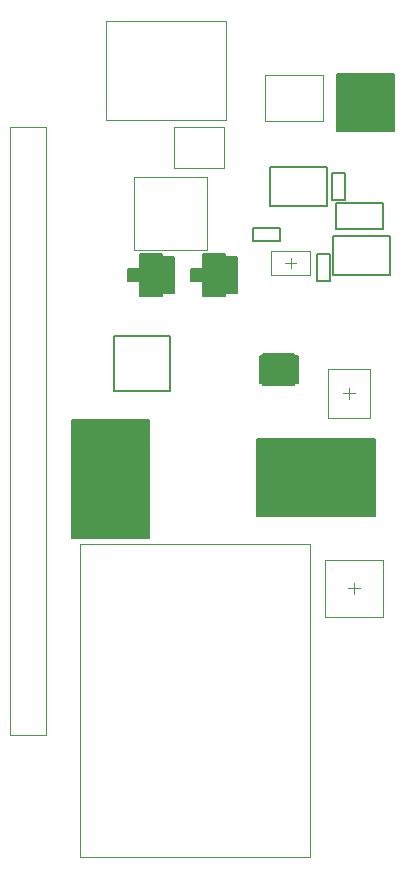
<source format=gbr>
G04*
G04 #@! TF.GenerationSoftware,Altium Limited,Altium Designer,25.2.1 (25)*
G04*
G04 Layer_Color=32768*
%FSLAX25Y25*%
%MOIN*%
G70*
G04*
G04 #@! TF.SameCoordinates,6E7B483F-BFF1-4FB3-8246-CE29AB42D2EF*
G04*
G04*
G04 #@! TF.FilePolarity,Positive*
G04*
G01*
G75*
%ADD10C,0.00600*%
%ADD12C,0.00787*%
%ADD85C,0.00394*%
%ADD87C,0.00197*%
G36*
X65950Y92050D02*
X47050D01*
Y110950D01*
X65950D01*
Y92050D01*
D02*
G37*
G36*
X9750Y49850D02*
X13600D01*
Y38150D01*
X9750D01*
Y37000D01*
X2250D01*
Y41900D01*
X-1600D01*
Y46100D01*
X2250D01*
Y51000D01*
X9750D01*
Y49850D01*
D02*
G37*
G36*
X-11250D02*
X-7400D01*
Y38150D01*
X-11250D01*
Y37000D01*
X-18750D01*
Y41900D01*
X-22600D01*
Y46100D01*
X-18750D01*
Y51000D01*
X-11250D01*
Y49850D01*
D02*
G37*
G36*
X32650Y17004D02*
X33850D01*
Y7997D01*
X32650D01*
Y7350D01*
X22350D01*
Y7997D01*
X21150D01*
Y17004D01*
X22350D01*
Y17650D01*
X32650D01*
Y17004D01*
D02*
G37*
G36*
X59700Y-36300D02*
X20300D01*
Y-10700D01*
X59700D01*
Y-36300D01*
D02*
G37*
G36*
X-15700Y-43700D02*
X-41300D01*
Y-4300D01*
X-15700D01*
Y-43700D01*
D02*
G37*
D10*
X32650Y17004D02*
X33850D01*
X32650D02*
Y17650D01*
X33850Y7997D02*
Y17004D01*
X32650Y7997D02*
X33850D01*
X32650Y7350D02*
Y7997D01*
X22350Y17650D02*
X32650D01*
X22350Y17004D02*
Y17650D01*
X21150Y17004D02*
X22350D01*
Y7350D02*
X32650D01*
X21150Y7997D02*
X22350D01*
X21150D02*
Y17004D01*
X22350Y7350D02*
Y7997D01*
X59700Y-36300D02*
Y-10700D01*
X20300D02*
X59700D01*
X20300Y-36300D02*
X59700D01*
X20300D02*
Y-10700D01*
X9750Y49850D02*
X13600D01*
X9750D02*
Y51000D01*
X13600Y38150D02*
Y49850D01*
X9750Y38150D02*
X13600D01*
X9750Y37000D02*
Y38150D01*
X2250Y51000D02*
X9750D01*
X2250Y46100D02*
Y51000D01*
X-1600Y46100D02*
X2250D01*
Y37000D02*
X9750D01*
X-1600Y41900D02*
X2250D01*
X-1600D02*
Y46100D01*
X2250Y37000D02*
Y41900D01*
X-11250Y49850D02*
X-7400D01*
X-11250D02*
Y51000D01*
X-7400Y38150D02*
Y49850D01*
X-11250Y38150D02*
X-7400D01*
X-11250Y37000D02*
Y38150D01*
X-18750Y51000D02*
X-11250D01*
X-18750Y46100D02*
Y51000D01*
X-22600Y46100D02*
X-18750D01*
Y37000D02*
X-11250D01*
X-22600Y41900D02*
X-18750D01*
X-22600D02*
Y46100D01*
X-18750Y37000D02*
Y41900D01*
X-15700Y-43700D02*
Y-4300D01*
X-41300D02*
X-15700D01*
X-41300Y-43700D02*
X-15700D01*
X-41300D02*
Y-4300D01*
X63900Y110950D02*
X65950D01*
X49100D02*
X63900D01*
X65950Y92050D02*
Y110950D01*
X63900Y92050D02*
X65950D01*
X49100D02*
X63900D01*
X47050Y110950D02*
X49100D01*
X47050Y92050D02*
X49100D01*
X47050D02*
Y110950D01*
D12*
X49665Y68972D02*
Y78028D01*
X45335D02*
X49665D01*
X45335Y68972D02*
X49665D01*
X45335D02*
Y78028D01*
X43461Y66992D02*
Y80008D01*
X24539D02*
X43461D01*
X24539Y66992D02*
X43461D01*
X24539D02*
Y80008D01*
X44665Y41972D02*
Y51028D01*
X40335D02*
X44665D01*
X40335Y41972D02*
X44665D01*
X40335D02*
Y51028D01*
X64461Y43992D02*
Y57008D01*
X45539D02*
X64461D01*
X45539Y43992D02*
X64461D01*
X45539D02*
Y57008D01*
X62386Y59157D02*
Y67843D01*
X46614D02*
X62386D01*
X46614Y59157D02*
X62386D01*
X46614D02*
Y67843D01*
X-8724Y5224D02*
Y23776D01*
X-27276D02*
X-8724D01*
X-27276Y5224D02*
X-8724D01*
X-27276D02*
Y23776D01*
X28028Y55335D02*
Y59665D01*
X18972D02*
X28028D01*
X18972Y55335D02*
X28028D01*
X18972D02*
Y59665D01*
D85*
X29728Y48000D02*
X33272D01*
X31500Y46228D02*
Y49772D01*
X51000Y2531D02*
Y6469D01*
X49031Y4500D02*
X52969D01*
X52500Y-62468D02*
Y-58531D01*
X50532Y-60500D02*
X54469D01*
D87*
X37996Y44063D02*
Y51937D01*
X25004D02*
X37996D01*
X25004Y44063D02*
X37996D01*
X25004D02*
Y51937D01*
X42146Y95323D02*
Y110677D01*
X22854D02*
X42146D01*
X22854Y95323D02*
X42146D01*
X22854D02*
Y110677D01*
X58087Y-3768D02*
Y12768D01*
X43913D02*
X58087D01*
X43913Y-3768D02*
X58087D01*
X43913D02*
Y12768D01*
X-20724Y76724D02*
X3724D01*
X-20724Y52276D02*
Y76724D01*
Y52276D02*
X3724D01*
Y76724D01*
X62146Y-70146D02*
Y-50854D01*
X42854D02*
X62146D01*
X42854Y-70146D02*
X62146D01*
X42854D02*
Y-50854D01*
X38032Y-149941D02*
Y-45610D01*
X-38740D02*
X38032D01*
X-38740Y-149941D02*
X38032D01*
X-38740D02*
Y-45610D01*
X-49917Y-109378D02*
Y93378D01*
X-62083D02*
X-49917D01*
X-62083Y-109378D02*
X-49917D01*
X-62083D02*
Y93378D01*
X9287Y79758D02*
Y93242D01*
X-7287D02*
X9287D01*
X-7287Y79758D02*
X9287D01*
X-7287D02*
Y93242D01*
X9961Y95531D02*
Y128720D01*
X-29961D02*
X9961D01*
X-29961Y95531D02*
X9961D01*
X-29961D02*
Y128720D01*
M02*

</source>
